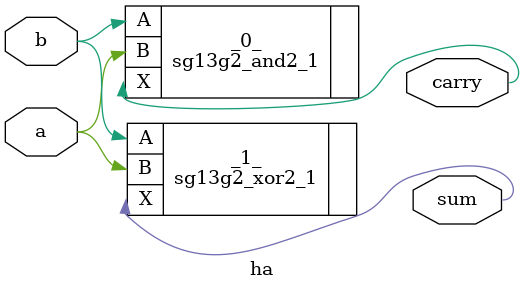
<source format=v>
/* Generated by Yosys 0.53+70 (git sha1 3ef4c91c3, clang++ 18.1.8 -fPIC -O3) */

module ha(a, b, sum, carry);
  input a;
  wire a;
  input b;
  wire b;
  output carry;
  wire carry;
  output sum;
  wire sum;
  sg13g2_and2_1 _0_ (
    .A(b),
    .B(a),
    .X(carry)
  );
  sg13g2_xor2_1 _1_ (
    .A(b),
    .B(a),
    .X(sum)
  );
endmodule

</source>
